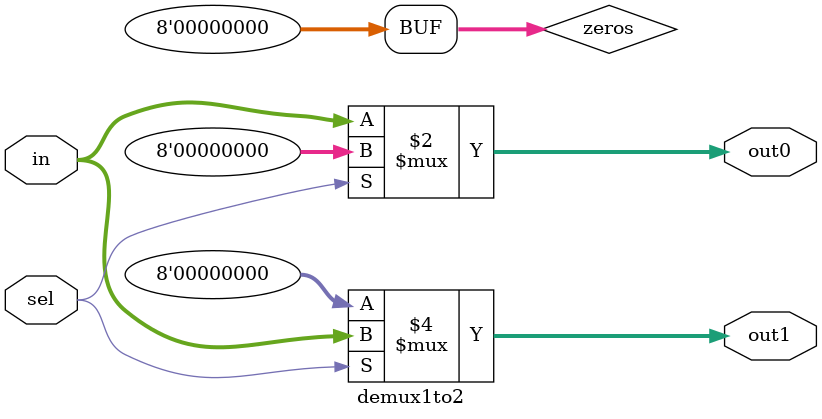
<source format=v>
module demux1to2 
#(	parameter MAX_WIDTH = 8)
(
    input wire [MAX_WIDTH-1:0] in,      // Entrada única
    input wire sel,     // Señal de selección
    output wire [MAX_WIDTH-1:0] out0,   // Salida 0
    output wire [MAX_WIDTH-1:0] out1    // Salida 1
);

wire [MAX_WIDTH-1:0] zeros;
assign zeros = {MAX_WIDTH{1'b0}};

    assign out0 = (sel == 1'b0) ? in : zeros;
    assign out1 = (sel == 1'b1) ? in : zeros;
endmodule

</source>
